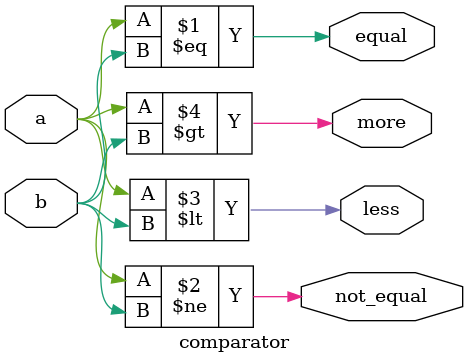
<source format=v>
module comparator(
    input a,b,
    output equal, not_equal, less, more 
);

    assign equal        =   a==b;
    assign not_equal    =   a!=b;
    assign less         =   a<b;
    assign more         =   a>b;   

endmodule
</source>
